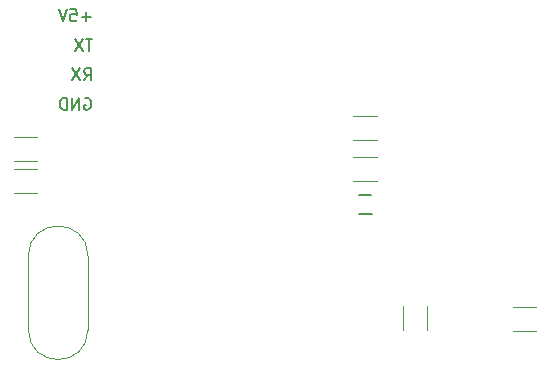
<source format=gbo>
G04 #@! TF.FileFunction,Legend,Bot*
%FSLAX46Y46*%
G04 Gerber Fmt 4.6, Leading zero omitted, Abs format (unit mm)*
G04 Created by KiCad (PCBNEW 4.0.5) date 03/19/17 16:49:18*
%MOMM*%
%LPD*%
G01*
G04 APERTURE LIST*
%ADD10C,0.100000*%
%ADD11C,0.187500*%
%ADD12C,0.120000*%
%ADD13C,0.150000*%
G04 APERTURE END LIST*
D10*
D11*
X149261905Y-96571429D02*
X148500000Y-96571429D01*
X148880952Y-96952381D02*
X148880952Y-96190476D01*
X147547619Y-95952381D02*
X148023810Y-95952381D01*
X148071429Y-96428571D01*
X148023810Y-96380952D01*
X147928572Y-96333333D01*
X147690476Y-96333333D01*
X147595238Y-96380952D01*
X147547619Y-96428571D01*
X147500000Y-96523810D01*
X147500000Y-96761905D01*
X147547619Y-96857143D01*
X147595238Y-96904762D01*
X147690476Y-96952381D01*
X147928572Y-96952381D01*
X148023810Y-96904762D01*
X148071429Y-96857143D01*
X147214286Y-95952381D02*
X146880953Y-96952381D01*
X146547619Y-95952381D01*
X149404762Y-98452381D02*
X148833333Y-98452381D01*
X149119048Y-99452381D02*
X149119048Y-98452381D01*
X148595238Y-98452381D02*
X147928571Y-99452381D01*
X147928571Y-98452381D02*
X148595238Y-99452381D01*
X148690476Y-101952381D02*
X149023810Y-101476190D01*
X149261905Y-101952381D02*
X149261905Y-100952381D01*
X148880952Y-100952381D01*
X148785714Y-101000000D01*
X148738095Y-101047619D01*
X148690476Y-101142857D01*
X148690476Y-101285714D01*
X148738095Y-101380952D01*
X148785714Y-101428571D01*
X148880952Y-101476190D01*
X149261905Y-101476190D01*
X148357143Y-100952381D02*
X147690476Y-101952381D01*
X147690476Y-100952381D02*
X148357143Y-101952381D01*
X148738095Y-103500000D02*
X148833333Y-103452381D01*
X148976190Y-103452381D01*
X149119048Y-103500000D01*
X149214286Y-103595238D01*
X149261905Y-103690476D01*
X149309524Y-103880952D01*
X149309524Y-104023810D01*
X149261905Y-104214286D01*
X149214286Y-104309524D01*
X149119048Y-104404762D01*
X148976190Y-104452381D01*
X148880952Y-104452381D01*
X148738095Y-104404762D01*
X148690476Y-104357143D01*
X148690476Y-104023810D01*
X148880952Y-104023810D01*
X148261905Y-104452381D02*
X148261905Y-103452381D01*
X147690476Y-104452381D01*
X147690476Y-103452381D01*
X147214286Y-104452381D02*
X147214286Y-103452381D01*
X146976191Y-103452381D01*
X146833333Y-103500000D01*
X146738095Y-103595238D01*
X146690476Y-103690476D01*
X146642857Y-103880952D01*
X146642857Y-104023810D01*
X146690476Y-104214286D01*
X146738095Y-104309524D01*
X146833333Y-104404762D01*
X146976191Y-104452381D01*
X147214286Y-104452381D01*
D12*
X142750000Y-106730000D02*
X144750000Y-106730000D01*
X144750000Y-108770000D02*
X142750000Y-108770000D01*
X142750000Y-109480000D02*
X144750000Y-109480000D01*
X144750000Y-111520000D02*
X142750000Y-111520000D01*
X173500000Y-110520000D02*
X171500000Y-110520000D01*
X171500000Y-108480000D02*
X173500000Y-108480000D01*
X173500000Y-107020000D02*
X171500000Y-107020000D01*
X171500000Y-104980000D02*
X173500000Y-104980000D01*
X175680000Y-123100000D02*
X175680000Y-121100000D01*
X177720000Y-121100000D02*
X177720000Y-123100000D01*
X187000000Y-123220000D02*
X185000000Y-123220000D01*
X185000000Y-121180000D02*
X187000000Y-121180000D01*
D13*
X171948820Y-111699900D02*
X173000380Y-111699900D01*
X173051180Y-113300100D02*
X171999620Y-113300100D01*
D12*
X149025000Y-116825000D02*
G75*
G03X143975000Y-116825000I-2525000J0D01*
G01*
X149025000Y-123075000D02*
G75*
G02X143975000Y-123075000I-2525000J0D01*
G01*
X143975000Y-116825000D02*
X143975000Y-123075000D01*
X149025000Y-116825000D02*
X149025000Y-123075000D01*
M02*

</source>
